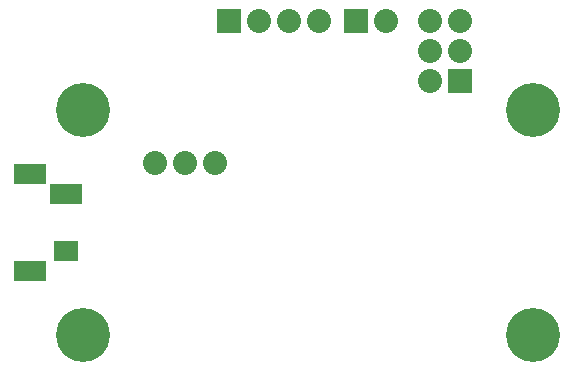
<source format=gbs>
G04 (created by PCBNEW-RS274X (2011-nov-30)-testing) date Tue 18 Sep 2012 04:12:02 PM EDT*
%MOIN*%
G04 Gerber Fmt 3.4, Leading zero omitted, Abs format*
%FSLAX34Y34*%
G01*
G70*
G90*
G04 APERTURE LIST*
%ADD10C,0.006*%
%ADD11R,0.08X0.08*%
%ADD12C,0.08*%
%ADD13C,0.18*%
%ADD14R,0.1106X0.0712*%
%ADD15R,0.1067X0.0712*%
%ADD16R,0.0791X0.0712*%
G04 APERTURE END LIST*
G54D10*
G54D11*
X7380Y14235D03*
G54D12*
X8380Y14235D03*
X9380Y14235D03*
X10380Y14235D03*
X6900Y9505D03*
X5900Y9505D03*
X4900Y9505D03*
G54D11*
X15065Y12215D03*
G54D12*
X14065Y12215D03*
X15065Y13215D03*
X14065Y13215D03*
X15065Y14215D03*
X14065Y14215D03*
G54D13*
X2500Y11250D03*
X17500Y3750D03*
X17500Y11250D03*
X2500Y3750D03*
G54D14*
X751Y9114D03*
G54D15*
X1932Y8445D03*
G54D14*
X751Y5886D03*
G54D16*
X1932Y6555D03*
G54D11*
X11620Y14235D03*
G54D12*
X12620Y14235D03*
M02*

</source>
